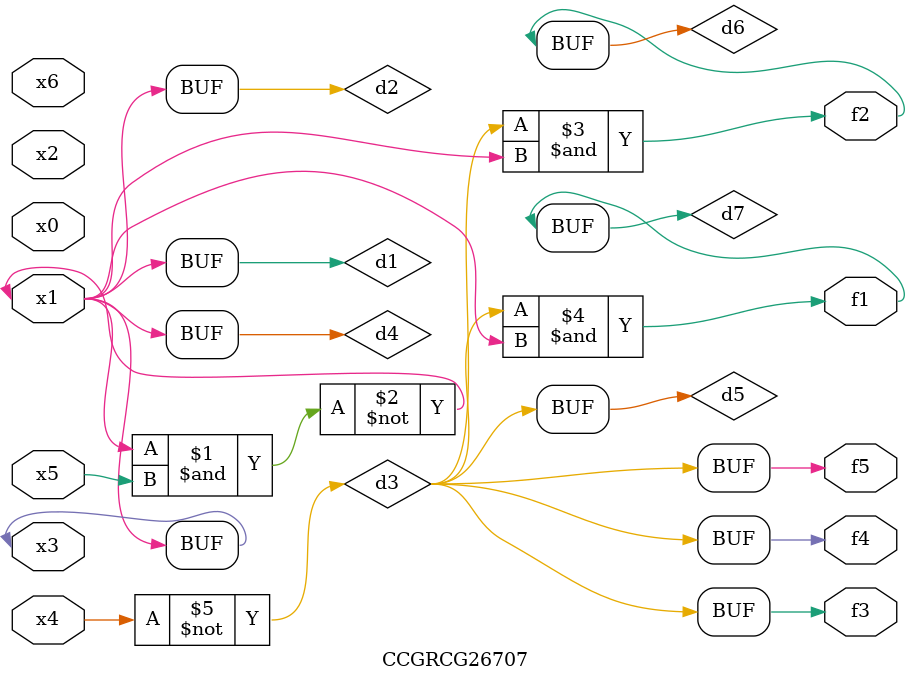
<source format=v>
module CCGRCG26707(
	input x0, x1, x2, x3, x4, x5, x6,
	output f1, f2, f3, f4, f5
);

	wire d1, d2, d3, d4, d5, d6, d7;

	buf (d1, x1, x3);
	nand (d2, x1, x5);
	not (d3, x4);
	buf (d4, d1, d2);
	buf (d5, d3);
	and (d6, d3, d4);
	and (d7, d3, d4);
	assign f1 = d7;
	assign f2 = d6;
	assign f3 = d5;
	assign f4 = d5;
	assign f5 = d5;
endmodule

</source>
